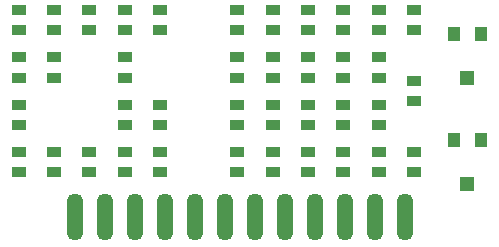
<source format=gbs>
G04 (created by PCBNEW (2013-07-07 BZR 4022)-stable) date 2014-07-07 10:16:25 AM*
%MOIN*%
G04 Gerber Fmt 3.4, Leading zero omitted, Abs format*
%FSLAX34Y34*%
G01*
G70*
G90*
G04 APERTURE LIST*
%ADD10C,0.00590551*%
%ADD11R,0.045X0.032*%
%ADD12O,0.0531496X0.15748*%
%ADD13R,0.0393701X0.0492126*%
%ADD14R,0.0472441X0.0492126*%
G04 APERTURE END LIST*
G54D10*
G54D11*
X30511Y-42854D03*
X30511Y-42184D03*
X25590Y-44429D03*
X25590Y-43759D03*
X26771Y-43759D03*
X26771Y-44429D03*
X25590Y-42854D03*
X25590Y-42184D03*
X34055Y-45334D03*
X34055Y-46004D03*
X34055Y-43759D03*
X34055Y-44429D03*
X34055Y-41279D03*
X34055Y-40609D03*
X32874Y-41279D03*
X32874Y-40609D03*
X34055Y-42184D03*
X34055Y-42854D03*
X22047Y-46004D03*
X22047Y-45334D03*
X31692Y-42854D03*
X31692Y-42184D03*
X31692Y-41279D03*
X31692Y-40609D03*
X25590Y-46004D03*
X25590Y-45334D03*
X26771Y-45334D03*
X26771Y-46004D03*
X24409Y-46004D03*
X24409Y-45334D03*
X23228Y-46004D03*
X23228Y-45334D03*
X35236Y-42972D03*
X35236Y-43642D03*
X29330Y-44429D03*
X29330Y-43759D03*
X29330Y-41279D03*
X29330Y-40609D03*
X30511Y-45334D03*
X30511Y-46004D03*
X29330Y-45334D03*
X29330Y-46004D03*
X31692Y-46004D03*
X31692Y-45334D03*
X30511Y-43759D03*
X30511Y-44429D03*
X29330Y-42184D03*
X29330Y-42854D03*
X32874Y-42854D03*
X32874Y-42184D03*
X32874Y-45334D03*
X32874Y-46004D03*
X32874Y-44429D03*
X32874Y-43759D03*
X35236Y-41279D03*
X35236Y-40609D03*
X35236Y-45334D03*
X35236Y-46004D03*
X22047Y-43759D03*
X22047Y-44429D03*
X23228Y-42854D03*
X23228Y-42184D03*
X22047Y-42184D03*
X22047Y-42854D03*
X22047Y-40609D03*
X22047Y-41279D03*
X23228Y-41279D03*
X23228Y-40609D03*
X26771Y-40609D03*
X26771Y-41279D03*
X25590Y-41279D03*
X25590Y-40609D03*
X24409Y-41279D03*
X24409Y-40609D03*
X31692Y-44429D03*
X31692Y-43759D03*
X30511Y-41279D03*
X30511Y-40609D03*
G54D12*
X34921Y-47519D03*
X33921Y-47519D03*
X32921Y-47519D03*
X31921Y-47519D03*
X30921Y-47519D03*
X29921Y-47519D03*
X28921Y-47519D03*
X27921Y-47519D03*
X26921Y-47519D03*
X25921Y-47519D03*
X24921Y-47519D03*
X23921Y-47519D03*
G54D13*
X37460Y-41397D03*
X36555Y-41397D03*
G54D14*
X37007Y-42854D03*
G54D13*
X37460Y-44940D03*
X36555Y-44940D03*
G54D14*
X37007Y-46397D03*
M02*

</source>
